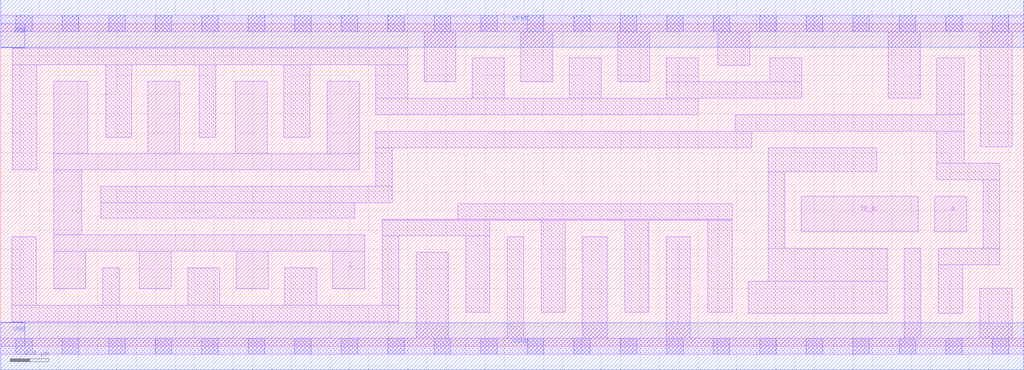
<source format=lef>
# Copyright 2020 The SkyWater PDK Authors
#
# Licensed under the Apache License, Version 2.0 (the "License");
# you may not use this file except in compliance with the License.
# You may obtain a copy of the License at
#
#     https://www.apache.org/licenses/LICENSE-2.0
#
# Unless required by applicable law or agreed to in writing, software
# distributed under the License is distributed on an "AS IS" BASIS,
# WITHOUT WARRANTIES OR CONDITIONS OF ANY KIND, either express or implied.
# See the License for the specific language governing permissions and
# limitations under the License.
#
# SPDX-License-Identifier: Apache-2.0

VERSION 5.5 ;
NAMESCASESENSITIVE ON ;
BUSBITCHARS "[]" ;
DIVIDERCHAR "/" ;
MACRO sky130_fd_sc_hs__ebufn_8
  CLASS CORE ;
  SOURCE USER ;
  ORIGIN  0.000000  0.000000 ;
  SIZE  10.56000 BY  3.330000 ;
  SYMMETRY X Y ;
  SITE unit ;
  PIN A
    ANTENNAGATEAREA  0.558000 ;
    DIRECTION INPUT ;
    USE SIGNAL ;
    PORT
      LAYER li1 ;
        RECT 9.645000 1.180000 9.975000 1.550000 ;
    END
  END A
  PIN TE_B
    ANTENNAGATEAREA  1.623000 ;
    DIRECTION INPUT ;
    USE SIGNAL ;
    PORT
      LAYER li1 ;
        RECT 8.265000 1.180000 9.475000 1.550000 ;
    END
  END TE_B
  PIN Z
    ANTENNADIFFAREA  2.360500 ;
    DIRECTION OUTPUT ;
    USE SIGNAL ;
    PORT
      LAYER li1 ;
        RECT 0.545000 0.595000 0.875000 0.980000 ;
        RECT 0.545000 0.980000 3.760000 1.150000 ;
        RECT 0.545000 1.150000 0.835000 1.820000 ;
        RECT 0.545000 1.820000 3.700000 1.990000 ;
        RECT 0.545000 1.990000 0.900000 2.735000 ;
        RECT 1.430000 0.595000 1.760000 0.980000 ;
        RECT 1.520000 1.990000 1.850000 2.735000 ;
        RECT 2.420000 1.990000 2.750000 2.735000 ;
        RECT 2.430000 0.595000 2.760000 0.980000 ;
        RECT 3.370000 1.990000 3.700000 2.735000 ;
        RECT 3.430000 0.595000 3.760000 0.980000 ;
    END
  END Z
  PIN VGND
    DIRECTION INOUT ;
    USE GROUND ;
    PORT
      LAYER met1 ;
        RECT 0.000000 -0.245000 10.560000 0.245000 ;
    END
  END VGND
  PIN VNB
    DIRECTION INOUT ;
    USE GROUND ;
    PORT
    END
  END VNB
  PIN VPB
    DIRECTION INOUT ;
    USE POWER ;
    PORT
    END
  END VPB
  PIN VNB
    DIRECTION INOUT ;
    USE GROUND ;
    PORT
      LAYER met1 ;
        RECT 0.000000 0.000000 0.250000 0.250000 ;
    END
  END VNB
  PIN VPB
    DIRECTION INOUT ;
    USE POWER ;
    PORT
      LAYER met1 ;
        RECT 0.000000 3.080000 0.250000 3.330000 ;
    END
  END VPB
  PIN VPWR
    DIRECTION INOUT ;
    USE POWER ;
    PORT
      LAYER met1 ;
        RECT 0.000000 3.085000 10.560000 3.575000 ;
    END
  END VPWR
  OBS
    LAYER li1 ;
      RECT  0.000000 -0.085000 10.560000 0.085000 ;
      RECT  0.000000  3.245000 10.560000 3.415000 ;
      RECT  0.115000  0.255000  4.110000 0.425000 ;
      RECT  0.115000  0.425000  0.365000 1.130000 ;
      RECT  0.120000  1.820000  0.370000 2.905000 ;
      RECT  0.120000  2.905000  4.200000 3.075000 ;
      RECT  1.035000  1.320000  3.655000 1.480000 ;
      RECT  1.035000  1.480000  4.040000 1.650000 ;
      RECT  1.055000  0.425000  1.225000 0.810000 ;
      RECT  1.085000  2.160000  1.350000 2.905000 ;
      RECT  1.930000  0.425000  2.260000 0.810000 ;
      RECT  2.050000  2.160000  2.220000 2.905000 ;
      RECT  2.920000  2.160000  3.190000 2.905000 ;
      RECT  2.930000  0.425000  3.260000 0.810000 ;
      RECT  3.870000  1.650000  4.040000 2.050000 ;
      RECT  3.870000  2.050000  7.755000 2.220000 ;
      RECT  3.870000  2.390000  7.200000 2.560000 ;
      RECT  3.870000  2.560000  4.200000 2.905000 ;
      RECT  3.940000  0.425000  4.110000 1.140000 ;
      RECT  3.940000  1.140000  5.050000 1.300000 ;
      RECT  3.940000  1.300000  7.550000 1.310000 ;
      RECT  4.290000  0.085000  4.620000 0.970000 ;
      RECT  4.370000  2.730000  4.700000 3.245000 ;
      RECT  4.720000  1.310000  7.550000 1.470000 ;
      RECT  4.800000  0.350000  5.050000 1.140000 ;
      RECT  4.870000  2.560000  5.200000 2.980000 ;
      RECT  5.230000  0.085000  5.400000 1.130000 ;
      RECT  5.370000  2.730000  5.700000 3.245000 ;
      RECT  5.580000  0.350000  5.830000 1.300000 ;
      RECT  5.870000  2.560000  6.200000 2.980000 ;
      RECT  6.010000  0.085000  6.260000 1.130000 ;
      RECT  6.370000  2.730000  6.700000 3.245000 ;
      RECT  6.440000  0.350000  6.690000 1.300000 ;
      RECT  6.870000  0.085000  7.120000 1.130000 ;
      RECT  6.870000  2.560000  8.270000 2.730000 ;
      RECT  6.870000  2.730000  7.200000 2.980000 ;
      RECT  7.300000  0.350000  7.550000 1.300000 ;
      RECT  7.405000  2.900000  7.735000 3.245000 ;
      RECT  7.585000  2.220000  9.945000 2.390000 ;
      RECT  7.720000  0.340000  9.150000 0.670000 ;
      RECT  7.925000  0.670000  9.150000 1.010000 ;
      RECT  7.925000  1.010000  8.095000 1.800000 ;
      RECT  7.925000  1.800000  9.045000 2.050000 ;
      RECT  7.940000  2.730000  8.270000 2.980000 ;
      RECT  9.165000  2.560000  9.495000 3.245000 ;
      RECT  9.330000  0.085000  9.500000 1.010000 ;
      RECT  9.665000  1.720000 10.315000 1.890000 ;
      RECT  9.665000  1.890000  9.945000 2.220000 ;
      RECT  9.665000  2.390000  9.945000 2.980000 ;
      RECT  9.680000  0.340000  9.930000 0.840000 ;
      RECT  9.680000  0.840000 10.315000 1.010000 ;
      RECT 10.110000  0.085000 10.445000 0.600000 ;
      RECT 10.115000  2.060000 10.445000 3.245000 ;
      RECT 10.145000  1.010000 10.315000 1.720000 ;
    LAYER mcon ;
      RECT  0.155000 -0.085000  0.325000 0.085000 ;
      RECT  0.155000  3.245000  0.325000 3.415000 ;
      RECT  0.635000 -0.085000  0.805000 0.085000 ;
      RECT  0.635000  3.245000  0.805000 3.415000 ;
      RECT  1.115000 -0.085000  1.285000 0.085000 ;
      RECT  1.115000  3.245000  1.285000 3.415000 ;
      RECT  1.595000 -0.085000  1.765000 0.085000 ;
      RECT  1.595000  3.245000  1.765000 3.415000 ;
      RECT  2.075000 -0.085000  2.245000 0.085000 ;
      RECT  2.075000  3.245000  2.245000 3.415000 ;
      RECT  2.555000 -0.085000  2.725000 0.085000 ;
      RECT  2.555000  3.245000  2.725000 3.415000 ;
      RECT  3.035000 -0.085000  3.205000 0.085000 ;
      RECT  3.035000  3.245000  3.205000 3.415000 ;
      RECT  3.515000 -0.085000  3.685000 0.085000 ;
      RECT  3.515000  3.245000  3.685000 3.415000 ;
      RECT  3.995000 -0.085000  4.165000 0.085000 ;
      RECT  3.995000  3.245000  4.165000 3.415000 ;
      RECT  4.475000 -0.085000  4.645000 0.085000 ;
      RECT  4.475000  3.245000  4.645000 3.415000 ;
      RECT  4.955000 -0.085000  5.125000 0.085000 ;
      RECT  4.955000  3.245000  5.125000 3.415000 ;
      RECT  5.435000 -0.085000  5.605000 0.085000 ;
      RECT  5.435000  3.245000  5.605000 3.415000 ;
      RECT  5.915000 -0.085000  6.085000 0.085000 ;
      RECT  5.915000  3.245000  6.085000 3.415000 ;
      RECT  6.395000 -0.085000  6.565000 0.085000 ;
      RECT  6.395000  3.245000  6.565000 3.415000 ;
      RECT  6.875000 -0.085000  7.045000 0.085000 ;
      RECT  6.875000  3.245000  7.045000 3.415000 ;
      RECT  7.355000 -0.085000  7.525000 0.085000 ;
      RECT  7.355000  3.245000  7.525000 3.415000 ;
      RECT  7.835000 -0.085000  8.005000 0.085000 ;
      RECT  7.835000  3.245000  8.005000 3.415000 ;
      RECT  8.315000 -0.085000  8.485000 0.085000 ;
      RECT  8.315000  3.245000  8.485000 3.415000 ;
      RECT  8.795000 -0.085000  8.965000 0.085000 ;
      RECT  8.795000  3.245000  8.965000 3.415000 ;
      RECT  9.275000 -0.085000  9.445000 0.085000 ;
      RECT  9.275000  3.245000  9.445000 3.415000 ;
      RECT  9.755000 -0.085000  9.925000 0.085000 ;
      RECT  9.755000  3.245000  9.925000 3.415000 ;
      RECT 10.235000 -0.085000 10.405000 0.085000 ;
      RECT 10.235000  3.245000 10.405000 3.415000 ;
  END
END sky130_fd_sc_hs__ebufn_8
END LIBRARY

</source>
